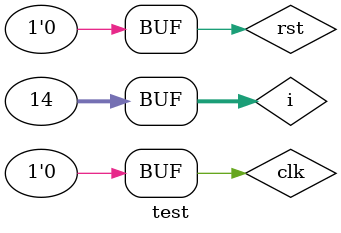
<source format=v>
`timescale 1ns/1ps

module test();

    reg clk;
    reg rst;
    wire [2:0] mc_state;
    wire [2:0] rc_state;
    assign rc_out = rc_state[2];
    wire mc_out;

    integer i;

    top uut(
        .btnC(clk),
        .btnU(rst),
        .led({mc_out, mc_state, rc_state})
    );

    initial begin
        $dumpvars(0,test);
        clk = 0;
        rst = 1;
        #10;
        rst = 0;
        #10;

        for (i = 0; i < 14; i = i + 1) begin
            #1 clk = ~clk;
        end
        #1;
        // We should have toggled the /6 modulo counter
        if (mc_out !== 1'b1) begin
            $display("Failed to trigger the modulo counter");
        end

        for (i = 0; i < 2; i = i + 1) begin
            #1 clk = ~clk;
        end
        #1;
        // We should have toggled the /8 ring counter
        if (rc_state[2] !== 1'b0) begin
            $display("Failed to toggle final bit of the ring counter output off");
        end

        for (i = 0; i < 14; i = i + 1) begin
            #1 clk = ~clk;
        end
        #1;
        // We should have toggled the /6 modulo counter
        if (mc_out !== 1'b0) begin
            $display("Reset logic in modulo counter is wrong");
        end
    end

endmodule
</source>
